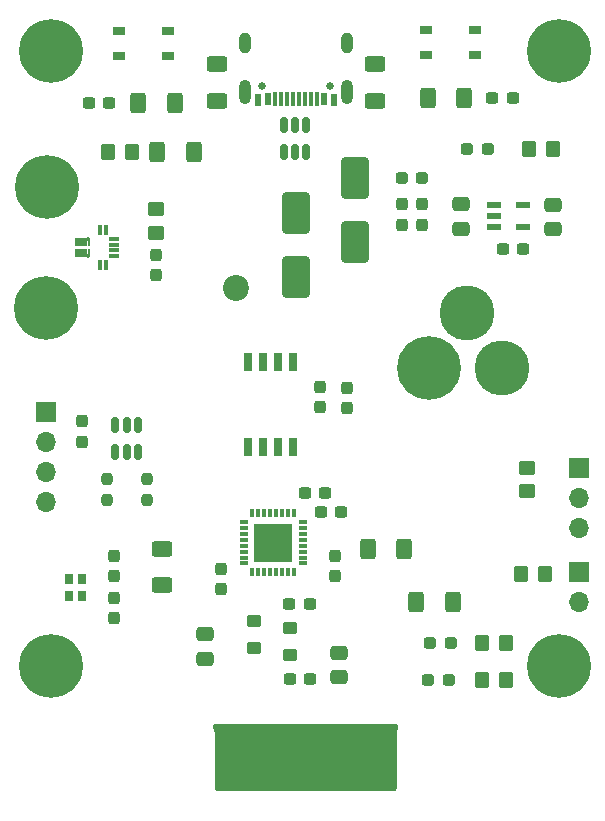
<source format=gbr>
%TF.GenerationSoftware,KiCad,Pcbnew,7.0.6*%
%TF.CreationDate,2023-08-15T19:52:18+12:00*%
%TF.ProjectId,esp32c3-ev-board,65737033-3263-4332-9d65-762d626f6172,rev?*%
%TF.SameCoordinates,Original*%
%TF.FileFunction,Soldermask,Top*%
%TF.FilePolarity,Negative*%
%FSLAX46Y46*%
G04 Gerber Fmt 4.6, Leading zero omitted, Abs format (unit mm)*
G04 Created by KiCad (PCBNEW 7.0.6) date 2023-08-15 19:52:18*
%MOMM*%
%LPD*%
G01*
G04 APERTURE LIST*
G04 Aperture macros list*
%AMRoundRect*
0 Rectangle with rounded corners*
0 $1 Rounding radius*
0 $2 $3 $4 $5 $6 $7 $8 $9 X,Y pos of 4 corners*
0 Add a 4 corners polygon primitive as box body*
4,1,4,$2,$3,$4,$5,$6,$7,$8,$9,$2,$3,0*
0 Add four circle primitives for the rounded corners*
1,1,$1+$1,$2,$3*
1,1,$1+$1,$4,$5*
1,1,$1+$1,$6,$7*
1,1,$1+$1,$8,$9*
0 Add four rect primitives between the rounded corners*
20,1,$1+$1,$2,$3,$4,$5,0*
20,1,$1+$1,$4,$5,$6,$7,0*
20,1,$1+$1,$6,$7,$8,$9,0*
20,1,$1+$1,$8,$9,$2,$3,0*%
%AMRotRect*
0 Rectangle, with rotation*
0 The origin of the aperture is its center*
0 $1 length*
0 $2 width*
0 $3 Rotation angle, in degrees counterclockwise*
0 Add horizontal line*
21,1,$1,$2,0,0,$3*%
G04 Aperture macros list end*
%ADD10O,1.000000X1.800000*%
%ADD11O,1.000000X2.100000*%
%ADD12R,0.600000X1.005000*%
%ADD13R,0.600000X1.055000*%
%ADD14R,0.300000X1.150000*%
%ADD15C,0.650000*%
%ADD16R,1.700000X1.700000*%
%ADD17O,1.700000X1.700000*%
%ADD18C,5.400000*%
%ADD19RoundRect,0.237500X-0.237500X0.300000X-0.237500X-0.300000X0.237500X-0.300000X0.237500X0.300000X0*%
%ADD20RoundRect,0.250000X0.400000X0.625000X-0.400000X0.625000X-0.400000X-0.625000X0.400000X-0.625000X0*%
%ADD21RoundRect,0.150000X0.150000X-0.512500X0.150000X0.512500X-0.150000X0.512500X-0.150000X-0.512500X0*%
%ADD22RoundRect,0.237500X0.237500X-0.300000X0.237500X0.300000X-0.237500X0.300000X-0.237500X-0.300000X0*%
%ADD23R,0.300000X0.800000*%
%ADD24R,0.800000X0.300000*%
%ADD25R,3.200000X3.200000*%
%ADD26C,2.200000*%
%ADD27RoundRect,0.250000X-0.900000X1.500000X-0.900000X-1.500000X0.900000X-1.500000X0.900000X1.500000X0*%
%ADD28C,5.385000*%
%ADD29C,4.650000*%
%ADD30RoundRect,0.250000X-0.475000X0.337500X-0.475000X-0.337500X0.475000X-0.337500X0.475000X0.337500X0*%
%ADD31RoundRect,0.250000X-0.450000X0.350000X-0.450000X-0.350000X0.450000X-0.350000X0.450000X0.350000X0*%
%ADD32RoundRect,0.237500X-0.300000X-0.237500X0.300000X-0.237500X0.300000X0.237500X-0.300000X0.237500X0*%
%ADD33RoundRect,0.237500X0.300000X0.237500X-0.300000X0.237500X-0.300000X-0.237500X0.300000X-0.237500X0*%
%ADD34RoundRect,0.250000X-0.400000X-0.625000X0.400000X-0.625000X0.400000X0.625000X-0.400000X0.625000X0*%
%ADD35RoundRect,0.237500X-0.287500X-0.237500X0.287500X-0.237500X0.287500X0.237500X-0.287500X0.237500X0*%
%ADD36RoundRect,0.250000X0.450000X-0.350000X0.450000X0.350000X-0.450000X0.350000X-0.450000X-0.350000X0*%
%ADD37RoundRect,0.250000X-0.625000X0.400000X-0.625000X-0.400000X0.625000X-0.400000X0.625000X0.400000X0*%
%ADD38RoundRect,0.237500X0.287500X0.237500X-0.287500X0.237500X-0.287500X-0.237500X0.287500X-0.237500X0*%
%ADD39RoundRect,0.250000X0.350000X0.450000X-0.350000X0.450000X-0.350000X-0.450000X0.350000X-0.450000X0*%
%ADD40RoundRect,0.237500X-0.237500X0.250000X-0.237500X-0.250000X0.237500X-0.250000X0.237500X0.250000X0*%
%ADD41R,1.050000X0.650000*%
%ADD42RoundRect,0.250000X-0.350000X-0.450000X0.350000X-0.450000X0.350000X0.450000X-0.350000X0.450000X0*%
%ADD43RoundRect,0.250000X0.625000X-0.400000X0.625000X0.400000X-0.625000X0.400000X-0.625000X-0.400000X0*%
%ADD44R,1.150000X0.600000*%
%ADD45R,0.500000X3.940000*%
%ADD46R,2.700000X0.500000*%
%ADD47R,0.500000X2.640000*%
%ADD48R,2.000000X0.500000*%
%ADD49R,0.500000X4.900000*%
%ADD50R,5.000000X0.500000*%
%ADD51R,0.900000X4.900000*%
%ADD52R,1.070000X0.800000*%
%ADD53RotRect,0.282800X0.282800X45.000000*%
%ADD54R,0.200000X0.600000*%
%ADD55R,0.300000X0.850000*%
%ADD56R,0.850000X0.300000*%
%ADD57R,0.650000X1.650000*%
%ADD58RoundRect,0.250000X0.900000X-1.500000X0.900000X1.500000X-0.900000X1.500000X-0.900000X-1.500000X0*%
%ADD59RoundRect,0.250000X0.475000X-0.337500X0.475000X0.337500X-0.475000X0.337500X-0.475000X-0.337500X0*%
%ADD60R,0.800000X0.900000*%
%ADD61RoundRect,0.250000X0.350000X-0.275000X0.350000X0.275000X-0.350000X0.275000X-0.350000X-0.275000X0*%
%ADD62RoundRect,0.250000X-0.350000X0.275000X-0.350000X-0.275000X0.350000X-0.275000X0.350000X0.275000X0*%
G04 APERTURE END LIST*
D10*
%TO.C,J5*%
X128830000Y-60045000D03*
D11*
X128830000Y-64225000D03*
D10*
X137470000Y-60045000D03*
D11*
X137470000Y-64225000D03*
D12*
X136350000Y-64872500D03*
D13*
X135550000Y-64847500D03*
D14*
X134900000Y-64800000D03*
X133900000Y-64800000D03*
X132400000Y-64800000D03*
X131400000Y-64800000D03*
D13*
X130750000Y-64847500D03*
D12*
X129950000Y-64872500D03*
X129950000Y-64872500D03*
D13*
X130750000Y-64847500D03*
D14*
X131900000Y-64800000D03*
X132900000Y-64800000D03*
X133400000Y-64800000D03*
X134400000Y-64800000D03*
D13*
X135550000Y-64847500D03*
D12*
X136350000Y-64872500D03*
D15*
X130260000Y-63725000D03*
X136040000Y-63725000D03*
%TD*%
D16*
%TO.C,Hall*%
X157100000Y-96060000D03*
D17*
X157100000Y-98600000D03*
X157100000Y-101140000D03*
%TD*%
D18*
%TO.C,H1*%
X155400000Y-60800000D03*
%TD*%
D19*
%TO.C,C2*%
X142075000Y-73750000D03*
X142075000Y-75475000D03*
%TD*%
D20*
%TO.C,R5*%
X122900000Y-65200000D03*
X119800000Y-65200000D03*
%TD*%
D19*
%TO.C,C22*%
X117700000Y-103525000D03*
X117700000Y-105250000D03*
%TD*%
D21*
%TO.C,U1*%
X132100000Y-69325000D03*
X133050000Y-69325000D03*
X134000000Y-69325000D03*
X134000000Y-67050000D03*
X133050000Y-67050000D03*
X132100000Y-67050000D03*
%TD*%
D22*
%TO.C,C20*%
X135200000Y-90925000D03*
X135200000Y-89200000D03*
%TD*%
D23*
%TO.C,IC3*%
X129450000Y-104900000D03*
X129950000Y-104900000D03*
X130450000Y-104900000D03*
X130950000Y-104900000D03*
X131450000Y-104900000D03*
X131950000Y-104900000D03*
X132450000Y-104900000D03*
X132950000Y-104900000D03*
D24*
X133700000Y-104150000D03*
X133700000Y-103650000D03*
X133700000Y-103150000D03*
X133700000Y-102650000D03*
X133700000Y-102150000D03*
X133700000Y-101650000D03*
X133700000Y-101150000D03*
X133700000Y-100650000D03*
D23*
X132950000Y-99900000D03*
X132450000Y-99900000D03*
X131950000Y-99900000D03*
X131450000Y-99900000D03*
X130950000Y-99900000D03*
X130450000Y-99900000D03*
X129950000Y-99900000D03*
X129450000Y-99900000D03*
D24*
X128700000Y-100650000D03*
X128700000Y-101150000D03*
X128700000Y-101650000D03*
X128700000Y-102150000D03*
X128700000Y-102650000D03*
X128700000Y-103150000D03*
X128700000Y-103650000D03*
X128700000Y-104150000D03*
D25*
X131200000Y-102400000D03*
%TD*%
D18*
%TO.C,H3*%
X155400000Y-112800000D03*
%TD*%
D26*
%TO.C,H7*%
X128075000Y-80825000D03*
%TD*%
D27*
%TO.C,D4*%
X138100000Y-71500000D03*
X138100000Y-76900000D03*
%TD*%
D28*
%TO.C,J2*%
X144422000Y-87630000D03*
D29*
X150622000Y-87630000D03*
X147622000Y-82930000D03*
%TD*%
D30*
%TO.C,C4*%
X147125000Y-73737500D03*
X147125000Y-75812500D03*
%TD*%
D31*
%TO.C,R16*%
X152700000Y-96050000D03*
X152700000Y-98050000D03*
%TD*%
D32*
%TO.C,C7*%
X135251233Y-99806233D03*
X136976233Y-99806233D03*
%TD*%
D33*
%TO.C,C5*%
X152400000Y-77500000D03*
X150675000Y-77500000D03*
%TD*%
D34*
%TO.C,R3*%
X121400000Y-69350000D03*
X124500000Y-69350000D03*
%TD*%
%TO.C,R8*%
X139200000Y-102900000D03*
X142300000Y-102900000D03*
%TD*%
D35*
%TO.C,L1*%
X142075000Y-71500000D03*
X143825000Y-71500000D03*
%TD*%
D36*
%TO.C,R1*%
X121285000Y-76150000D03*
X121285000Y-74150000D03*
%TD*%
D37*
%TO.C,R14*%
X139860000Y-61875000D03*
X139860000Y-64975000D03*
%TD*%
D32*
%TO.C,C12*%
X132575000Y-107625000D03*
X134300000Y-107625000D03*
%TD*%
D38*
%TO.C,B*%
X146075000Y-114000000D03*
X144325000Y-114000000D03*
%TD*%
D39*
%TO.C,R9*%
X148900000Y-114000000D03*
X150900000Y-114000000D03*
%TD*%
D40*
%TO.C,R11*%
X117100000Y-96990000D03*
X117100000Y-98815000D03*
%TD*%
D41*
%TO.C,B*%
X144150000Y-58950000D03*
X148300000Y-58950000D03*
X144150000Y-61100000D03*
X148300000Y-61100000D03*
%TD*%
D18*
%TO.C,Negative -*%
X112000000Y-82500000D03*
%TD*%
D34*
%TO.C,R7*%
X143331000Y-107400000D03*
X146431000Y-107400000D03*
%TD*%
D32*
%TO.C,C11*%
X133863733Y-98206233D03*
X135588733Y-98206233D03*
%TD*%
D35*
%TO.C,D1*%
X147650000Y-69100000D03*
X149400000Y-69100000D03*
%TD*%
D42*
%TO.C,R15*%
X152900000Y-69100000D03*
X154900000Y-69100000D03*
%TD*%
D41*
%TO.C,R*%
X118150000Y-59050000D03*
X122300000Y-59050000D03*
X118150000Y-61200000D03*
X122300000Y-61200000D03*
%TD*%
D43*
%TO.C,R13*%
X126460000Y-64975000D03*
X126460000Y-61875000D03*
%TD*%
D42*
%TO.C,R2*%
X117250000Y-69350000D03*
X119250000Y-69350000D03*
%TD*%
D19*
%TO.C,C3*%
X143825000Y-73750000D03*
X143825000Y-75475000D03*
%TD*%
D18*
%TO.C,H4*%
X112400000Y-112800000D03*
%TD*%
D22*
%TO.C,C1*%
X121285000Y-79762500D03*
X121285000Y-78037500D03*
%TD*%
D34*
%TO.C,R4*%
X144281250Y-64706250D03*
X147381250Y-64706250D03*
%TD*%
D44*
%TO.C,Reg*%
X149875000Y-73787500D03*
X149875000Y-74737500D03*
X149875000Y-75687500D03*
X152375000Y-75687500D03*
X152375000Y-73787500D03*
%TD*%
D45*
%TO.C,ANT1*%
X141200000Y-120680000D03*
D46*
X140100000Y-122900000D03*
D47*
X139000000Y-121330000D03*
D48*
X137750000Y-120260000D03*
D47*
X136500000Y-121330000D03*
D46*
X135400000Y-122900000D03*
D47*
X134300000Y-121330000D03*
D48*
X133050000Y-120260000D03*
D47*
X131800000Y-121330000D03*
D49*
X129600000Y-120200000D03*
D50*
X129550000Y-122900000D03*
D51*
X127500000Y-120200000D03*
%TD*%
D52*
%TO.C,IC2*%
X114965000Y-76900000D03*
D53*
X115500000Y-76700000D03*
D54*
X115600000Y-77000000D03*
D52*
X114965000Y-77900000D03*
D53*
X115500000Y-78100000D03*
D54*
X115600000Y-77800000D03*
D55*
X116515000Y-78850000D03*
X117015000Y-78850000D03*
D56*
X117715000Y-78150000D03*
X117715000Y-77650000D03*
X117715000Y-77150000D03*
X117715000Y-76650000D03*
D55*
X117015000Y-75950000D03*
X116515000Y-75950000D03*
%TD*%
D19*
%TO.C,C23*%
X115000000Y-92100000D03*
X115000000Y-93825000D03*
%TD*%
D57*
%TO.C,Flash*%
X132905000Y-87100000D03*
X131635000Y-87100000D03*
X130365000Y-87100000D03*
X129095000Y-87100000D03*
X129095000Y-94300000D03*
X130365000Y-94300000D03*
X131635000Y-94300000D03*
X132905000Y-94300000D03*
%TD*%
D58*
%TO.C,D5*%
X133100000Y-79900000D03*
X133100000Y-74500000D03*
%TD*%
D59*
%TO.C,C14*%
X136800000Y-113775000D03*
X136800000Y-111700000D03*
%TD*%
D37*
%TO.C,R12*%
X121826233Y-102906233D03*
X121826233Y-106006233D03*
%TD*%
D40*
%TO.C,R10*%
X120500000Y-96977500D03*
X120500000Y-98802500D03*
%TD*%
D30*
%TO.C,C8*%
X125400000Y-110162500D03*
X125400000Y-112237500D03*
%TD*%
D60*
%TO.C,Y1*%
X115000000Y-106900000D03*
X115000000Y-105500000D03*
X113900000Y-105500000D03*
X113900000Y-106900000D03*
%TD*%
D61*
%TO.C,L3*%
X129575000Y-111325000D03*
X129575000Y-109025000D03*
%TD*%
D62*
%TO.C,L2*%
X132600616Y-109625000D03*
X132600616Y-111925000D03*
%TD*%
D19*
%TO.C,C10*%
X126826233Y-104606233D03*
X126826233Y-106331233D03*
%TD*%
D32*
%TO.C,C13*%
X132600000Y-113950000D03*
X134325000Y-113950000D03*
%TD*%
D22*
%TO.C,C19*%
X137500000Y-91000000D03*
X137500000Y-89275000D03*
%TD*%
D39*
%TO.C,R6*%
X150900000Y-110900000D03*
X148900000Y-110900000D03*
%TD*%
D32*
%TO.C,C17*%
X149768750Y-64706250D03*
X151493750Y-64706250D03*
%TD*%
D33*
%TO.C,C18*%
X117300000Y-65200000D03*
X115575000Y-65200000D03*
%TD*%
D38*
%TO.C,A*%
X146250000Y-110900000D03*
X144500000Y-110900000D03*
%TD*%
D16*
%TO.C,UART*%
X112000000Y-91360000D03*
D17*
X112000000Y-93900000D03*
X112000000Y-96440000D03*
X112000000Y-98980000D03*
%TD*%
D39*
%TO.C,R17*%
X154200000Y-105029000D03*
X152200000Y-105029000D03*
%TD*%
D18*
%TO.C,Negative +*%
X112100000Y-72250000D03*
%TD*%
D21*
%TO.C,U2*%
X117850000Y-94727500D03*
X118800000Y-94727500D03*
X119750000Y-94727500D03*
X119750000Y-92452500D03*
X118800000Y-92452500D03*
X117850000Y-92452500D03*
%TD*%
D18*
%TO.C,Positive*%
X112400000Y-60800000D03*
%TD*%
D19*
%TO.C,C9*%
X136426233Y-103506233D03*
X136426233Y-105231233D03*
%TD*%
D22*
%TO.C,C21*%
X117700000Y-108775000D03*
X117700000Y-107050000D03*
%TD*%
D30*
%TO.C,C6*%
X154875000Y-73787500D03*
X154875000Y-75862500D03*
%TD*%
D16*
%TO.C,Therm*%
X157100000Y-104900000D03*
D17*
X157100000Y-107440000D03*
%TD*%
G36*
X141693039Y-117769685D02*
G01*
X141738794Y-117822489D01*
X141750000Y-117874000D01*
X141750000Y-118118607D01*
X141741747Y-118163088D01*
X141734857Y-118181015D01*
X141734853Y-118181029D01*
X141673212Y-118450011D01*
X141650000Y-118725003D01*
X141650000Y-118725002D01*
X141649999Y-123230814D01*
X141644200Y-123268290D01*
X141630757Y-123310690D01*
X141607421Y-123353068D01*
X141582306Y-123382904D01*
X141544525Y-123413129D01*
X141509901Y-123431084D01*
X141463432Y-123444550D01*
X141402649Y-123449772D01*
X141397339Y-123450000D01*
X126512211Y-123450000D01*
X126488019Y-123447617D01*
X126447656Y-123439588D01*
X126402956Y-123421072D01*
X126379086Y-123405122D01*
X126344877Y-123370913D01*
X126328927Y-123347043D01*
X126310410Y-123302341D01*
X126302382Y-123261979D01*
X126300000Y-123237789D01*
X126300000Y-118800000D01*
X126279642Y-118515364D01*
X126218987Y-118236541D01*
X126119263Y-117969169D01*
X126099747Y-117933428D01*
X126084895Y-117865155D01*
X126109311Y-117799690D01*
X126165245Y-117757819D01*
X126208579Y-117750000D01*
X141626000Y-117750000D01*
X141693039Y-117769685D01*
G37*
M02*

</source>
